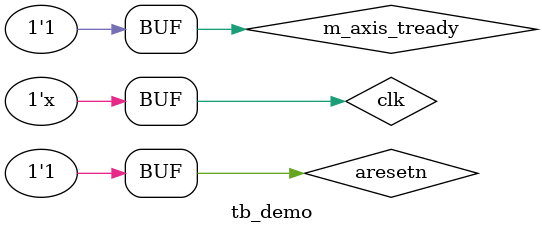
<source format=v>

`timescale 1ns / 1ps

module tb_demo #(
    // parameters declared here.
	parameter C_S_AXI_DATA_WIDTH = 32,
	parameter C_S_AXI_ADDR_WIDTH = 12,
	parameter C_BASEADDR = 32'h80000000,
	// AXI Stream parameters
	// Slave
	parameter C_S_AXIS_DATA_WIDTH = 512,
	parameter C_S_AXIS_TUSER_WIDTH = 128,
	// Master
	parameter C_M_AXIS_DATA_WIDTH = 512,
	// self-defined
	parameter PHV_ADDR_WIDTH = 4,
    parameter PHV_LEN = 48*8+32*8+16*8+5*20+256
)();

//stimulates (regs) and oputputs(wires) declared here
reg                                 clk;
reg                                 aresetn;
reg [15:0]                          vlan_drop_flags;
wire [31:0]                         cookie_val;
wire [31:0]                         ctrl_token;

reg [C_S_AXIS_DATA_WIDTH-1:0]			s_axis_tdata;
reg [((C_S_AXIS_DATA_WIDTH/8))-1:0]		s_axis_tkeep;
reg [C_S_AXIS_TUSER_WIDTH-1:0]			s_axis_tuser;
reg										s_axis_tvalid;
wire									s_axis_tready;
reg										s_axis_tlast;

wire [C_S_AXIS_DATA_WIDTH-1:0]		    m_axis_tdata;
wire [((C_S_AXIS_DATA_WIDTH/8))-1:0]    m_axis_tkeep;
wire [C_S_AXIS_TUSER_WIDTH-1:0]		    m_axis_tuser;
wire								    m_axis_tvalid;
reg										m_axis_tready;
wire									m_axis_tlast;


reg [PHV_LEN-1:0]        phv_in;
reg                      phv_in_valid;

wire [PHV_LEN-1:0]       phv_out;
wire						phv_out_valid;

//clk signal
localparam CYCLE = 10;

always begin
    #(CYCLE/2) clk = ~clk;
end

//reset signal
initial begin
    clk = 0;
    aresetn = 1;
    #(10);
    aresetn = 0; //reset all the values
    #(10);
    aresetn = 1;
end

initial begin
    m_axis_tready <= 1'b1;
    s_axis_tdata <= 512'b0; 
    s_axis_tkeep <= 64'h0;
    s_axis_tuser <= 128'h0;
    s_axis_tvalid <= 1'b0;
    s_axis_tlast <= 1'b0;
    #(2*CYCLE+CYCLE/2)
    /*
        here you give values to stimulates per CYCLE
    */

    // test for rmt_wrapper
    m_axis_tready <= 1'b1;
    s_axis_tdata <= 512'b0; 
    s_axis_tkeep <= 64'h0;
    s_axis_tuser <= 128'h0;
    s_axis_tvalid <= 1'b0;
    s_axis_tlast <= 1'b0;
end
// initial begin
//     vlan_drop_flags <= 0;

//     m_axis_tready <= 1'b1;
//     s_axis_tdata <= 512'b0; 
//     s_axis_tkeep <= 64'h0;
//     s_axis_tuser <= 128'h0;
//     s_axis_tvalid <= 1'b0;
//     s_axis_tlast <= 1'b0;
//     #(2*CYCLE+CYCLE/2)
//     /*
//         here you give values to stimulates per CYCLE
//     */

//     // test for rmt_wrapper
//     m_axis_tready <= 1'b1;
//     s_axis_tdata <= 512'b0; 
//     s_axis_tkeep <= 64'h0;
//     s_axis_tuser <= 128'h0;
//     s_axis_tvalid <= 1'b0;
//     s_axis_tlast <= 1'b0;

// 	// configure stateful page table
// 	// stage 2, page table for vid 1 and 2
// 	// vid 1
//     #CYCLE
//     s_axis_tdata <= 512'h00000000000000000000000000000001001355541c00f2f1d204dededede6f6f6f6f20de1140000001003000004500080f0000810504030201000b0a09080706; 
//     s_axis_tkeep <= 64'hffffffffffffffff;
//     s_axis_tuser <= 128'h00000000000000000000000000010042;
//     s_axis_tvalid <= 1'b1;
//     s_axis_tlast <= 1'b0;
// 	#CYCLE
//     s_axis_tdata <= 512'h00000000000000000000000000000000000000000000000000000000000000000000000000000000000000000000000000000000000000000000000000000004; 
//     s_axis_tkeep <= 64'h0000000000000003;
//     s_axis_tuser <= 128'h00000000000000000000000000000000;
//     s_axis_tvalid <= 1'b1;
//     s_axis_tlast <= 1'b1;
//     #CYCLE
// 	s_axis_tvalid <= 1'b0;
// 	s_axis_tlast <= 1'b0;
// 	// vid 2
//     #(20*CYCLE)
//     s_axis_tdata <= 512'h00000000000000000000000000000002001351531c00f2f1d204dededede6f6f6f6f20de1140000001003000004500080f0000810504030201000b0a09080706; 
//     s_axis_tkeep <= 64'hffffffffffffffff;
//     s_axis_tuser <= 128'h00000000000000000000000000010042;
//     s_axis_tvalid <= 1'b1;
//     s_axis_tlast <= 1'b0;
// 	#CYCLE
//     s_axis_tdata <= 512'h00000000000000000000000000000000000000000000000000000000000000000000000000000000000000000000000000000000000000000000000000000404; 
//     s_axis_tkeep <= 64'h0000000000000003;
//     s_axis_tuser <= 128'h00000000000000000000000000000000;
//     s_axis_tvalid <= 1'b1;
//     s_axis_tlast <= 1'b1;
//     #CYCLE
// 	s_axis_tvalid <= 1'b0;
// 	s_axis_tlast <= 1'b0;

//     // ctrl pkts for vid1
// 	// parser, vid 1 first 5 actions valid, 0031 0b91 0c21 0d23 0e25
//     #(20*CYCLE)
//     s_axis_tdata <= 512'h0000000000000000000000000000000300134d521c00f2f1d204dededede6f6f6f6f20de1140000001003000004500080f0000810504030201000b0a09080706; 
//     s_axis_tkeep <= 64'hffffffffffffffff;
//     s_axis_tuser <= 128'h00000000000000000000000000010042;
//     s_axis_tvalid <= 1'b1;
//     s_axis_tlast <= 1'b0;
//     #CYCLE
//     s_axis_tdata <= 512'h0; 
//     s_axis_tkeep <= 64'h00000001ffffffff;
//     s_axis_tuser <= 128'h00000000000000000000000000000040;
//     s_axis_tvalid <= 1'b0;
//     s_axis_tlast <= 1'b1;
//     #CYCLE
//     s_axis_tdata <= 512'h00000000000000000000000000000000000000000000000000000000000000000000000000000000000000000000000000000000000000000000000000000804; 
//     s_axis_tkeep <= 64'h00000001ffffffff;
//     s_axis_tuser <= 128'h00000000000000000000000000000000;
//     s_axis_tvalid <= 1'b1;
//     s_axis_tlast <= 1'b1;
//     #CYCLE
// 	s_axis_tvalid <= 1'b0;
// 	s_axis_tlast <= 1'b0;
//     // checkme: start here............ last 
// 	// deparser
//      #(20*CYCLE)
//     s_axis_tdata <= 512'h00000000000000000000000000000004001349511c00f2f1d204dededede6f6f6f6f20de1140000001003000004500080f0000810504030201000b0a09080706; 
//     s_axis_tkeep <= 64'hffffffffffffffff;
//     s_axis_tuser <= 128'h00000000000000000000000000010042;
//     s_axis_tvalid <= 1'b1;
//     s_axis_tlast <= 1'b0;
// 	#CYCLE
//     s_axis_tdata <= 512'h00000000000000000000000000000000000000000000000000000000000000000000000000000000000000000000000000000000000000000000000000000c04; 
//     s_axis_tkeep <= 64'h0000000000000003;
//     s_axis_tuser <= 128'h00000000000000000000000000000000;
//     s_axis_tvalid <= 1'b1;
//     s_axis_tlast <= 1'b1;
//     #CYCLE
// 	s_axis_tvalid <= 1'b0;
// 	s_axis_tlast <= 1'b0;
//     // 3
// 	// stage 0, key extract, vid 1
//      #(20*CYCLE)

//     //checkme: start t_vid1 ....... 1st
//     s_axis_tdata <= 512'h00000000000000000000000000000001000042cc3b00f2f1d204dededede6f6f6f6f01de1140000001004f00004500080f0000810504030201000b0a09080706; 
//     s_axis_tkeep <= 64'hffffffffffffffff;
//     s_axis_tuser <= 128'h00000000000000000000000000010061;
//     s_axis_tvalid <= 1'b1;
//     s_axis_tlast <= 1'b0;
//     #CYCLE
//     s_axis_tdata <= 512'h000000000000000000000000000000000000000000000000000000000000000000300000030030000003003000000000000000000000270e250d230c910ba108; 
//     s_axis_tkeep <= 64'h00000001ffffffff;
//     s_axis_tuser <= 128'h00000000000000000000000000000000;
//     s_axis_tvalid <= 1'b1;
//     s_axis_tlast <= 1'b1;
//     #CYCLE
// 	s_axis_tvalid <= 1'b0;
// 	s_axis_tlast <= 1'b0;


//     // 4
// 	// stage 0, key mask, vid 1
//      #(20*CYCLE)
//     s_axis_tdata <= 512'h00000000000000000000000000000001000542c73b00f2f1d204dededede6f6f6f6f01de1140000001004f00004500080f0000810504030201000b0a09080706; 
//     s_axis_tkeep <= 64'hffffffffffffffff;
//     s_axis_tuser <= 128'h00000000000000000000000000010061;
//     s_axis_tvalid <= 1'b1;
//     s_axis_tlast <= 1'b0;
// 	#CYCLE
//     s_axis_tdata <= 512'h000000000000000000000000000000000000000000000000000000000000000000300000030030000003003000000000000000000000270e250d230c910ba108; 
//     s_axis_tkeep <= 64'h00000001ffffffff;
//     s_axis_tuser <= 128'h00000000000000000000000000000000;
//     s_axis_tvalid <= 1'b1;
//     s_axis_tlast <= 1'b1;
//     #CYCLE
// 	s_axis_tvalid <= 1'b0;
// 	s_axis_tlast <= 1'b0;
//     // 5
// 	// stage 0, cam ind 0

//     //checkme: vlan-1 3rd 
//     #(20*CYCLE)
//     s_axis_tdata <= 512'h000000000000000000000000000000010001536a1d00f2f1d204dededede6f6f6f6f1fde1140000001003100004500080f0000810504030201000b0a09080706; 
//     s_axis_tkeep <= 64'hffffffffffffffff;
//     s_axis_tuser <= 128'h00000000000000000000000000010043;
//     s_axis_tvalid <= 1'b1;
//     s_axis_tlast <= 1'b0;
//     #CYCLE
//     s_axis_tdata <= 512'h00000000000000000000000000000000000000000000000000000000000000000000000000000000000000000000000000000000000000000000000000000000; 
//     s_axis_tkeep <= 64'h0000000000000007;
//     s_axis_tuser <= 128'h00000000000000000000000000000000;
//     s_axis_tvalid <= 1'b1;
//     s_axis_tlast <= 1'b1;
// 	#CYCLE
//     s_axis_tdata <= 512'h0000000000000000000000000000000000000000000000000000000000000000000000000000800f00d002000000000000000000000000000000000000000010; 
//     s_axis_tkeep <= 64'hffffffffffffffff;
//     s_axis_tuser <= 128'h00000000000000000000000000000040;
//     s_axis_tvalid <= 1'b0;
//     s_axis_tlast <= 1'b0;
//     #CYCLE
// 	s_axis_tvalid <= 1'b0;
// 	s_axis_tlast <= 1'b0;

//     //checkme: vlan-1 4th
// 	// stage 0, ram ind 0
//      #(20*CYCLE)
//     s_axis_tdata <= 512'h000000000000000000000000000000010f0117723300f2f1d204dededede6f6f6f6f09de1140000001004700004500080f0000810504030201000b0a09080706; 
//     s_axis_tkeep <= 64'hffffffffffffffff;
//     s_axis_tuser <= 128'h00000000000000000000000000010059;
//     s_axis_tvalid <= 1'b1;
//     s_axis_tlast <= 1'b0;
// 	#CYCLE
//     s_axis_tdata <= 512'h000000000000000000000000000000000000000000000000000000000000000000000000000000f8ffff0000ffffffffffffffffffffffffffffffffffffffff; 
//     s_axis_tkeep <= 64'h0000000000000007;
//     s_axis_tuser <= 128'h00000000000000000000000000000000;
//     s_axis_tvalid <= 1'b1;
//     s_axis_tlast <= 1'b1;
//     #CYCLE
//     s_axis_tdata <= 512'h00000000000000000000000000000000000000000000000000000000000000000000000000000000000000000000000000000000f00000e00100c00300800700; 
//     s_axis_tkeep <= 64'hffffffffffffffff;
//     s_axis_tuser <= 128'h00000000000000000000000000000040;
//     s_axis_tvalid <= 1'b0;
//     s_axis_tlast <= 1'b0;

//     #CYCLE
// 	s_axis_tvalid <= 1'b0;
// 	s_axis_tlast <= 1'b0;

//     // 7
// 	//checkme: vlan-1 5th
//      #(20*CYCLE)
//     s_axis_tdata <= 512'h00000000000000000000000000000000000223ba3400f2f1d204dededede6f6f6f6f08de1140000001004800004500080f0000810504030201000b0a09080706; 
//     s_axis_tkeep <= 64'hffffffffffffffff;
//     s_axis_tuser <= 128'h0000000000000000000000000001005a;
//     s_axis_tvalid <= 1'b1;
//     s_axis_tlast <= 1'b0;
//     #CYCLE
//     s_axis_tdata <= 512'h0000000000000000000000000000000000000000000000000000000000000000000000000000000000a001000000000000000000000000000000000000000010; 
//     s_axis_tkeep <= 64'h0000000003ffffff;
//     s_axis_tuser <= 128'h00000000000000000000000000000000;
//     s_axis_tvalid <= 1'b1;
//     s_axis_tlast <= 1'b1;
// 	#CYCLE
//     s_axis_tdata <= 512'h0000000000000000000000000000000000000000000000000000000000000000000000000000800f009000000000000000000000000000000000000000000010; 
//     s_axis_tkeep <= 64'hffffffffffffffff;
//     s_axis_tuser <= 128'h00000000000000000000000000000040;
//     s_axis_tvalid <= 1'b0;
//     s_axis_tlast <= 1'b0;
//     #CYCLE
// 	s_axis_tvalid <= 1'b0;
// 	s_axis_tlast <= 1'b0;

//     // 8
// 	//checkme: vlan-1 6th
//     #(20*CYCLE)
//     s_axis_tdata <= 512'h000000000000000000000000000000000f02e83c6900f2f1d204dededede6f6f6f6fd3dd1140000001007d00004500080f0000810504030201000b0a09080706; 
//     s_axis_tkeep <= 64'hffffffffffffffff;
//     s_axis_tuser <= 128'h0000000000000000000000000001008f;
//     s_axis_tvalid <= 1'b1;
//     s_axis_tlast <= 1'b0;
// 	#CYCLE
//     s_axis_tdata <= 512'h000f00001e00003c0000780000f00000e00100c003008007808c0200001e00003c0000780000f00000e00100c00300800700000f00001e00003c0000780000f0; 
//     s_axis_tkeep <= 64'hffffffffffffffff;
//     s_axis_tuser <= 128'h00000000000000000000000000000000;
//     s_axis_tvalid <= 1'b1;
//     s_axis_tlast <= 1'b0;
// 	#CYCLE
//     s_axis_tdata <= 512'h00000000000000000000000000000000000000000000000000000000000000000000000000000000000000000000000000000000f00000e00100c00300800700; 
//     s_axis_tkeep <= 64'hffffffffffffffff;
//     s_axis_tuser <= 128'h00000000000000000000000000000000;
//     s_axis_tvalid <= 1'b1;
//     s_axis_tlast <= 1'b1;
//     #CYCLE
// 	s_axis_tvalid <= 1'b0;
// 	s_axis_tlast <= 1'b0;


//     //checkme: vlan-1 7th
// 	// stage 1, key extract vid 1
//      #(20*CYCLE)
//     s_axis_tdata <= 512'h00000000000000000000000000000001000953621d00f2f1d204dededede6f6f6f6f1fde1140000001003100004500080f0000810504030201000b0a09080706; 
//     s_axis_tkeep <= 64'hffffffffffffffff;
//     s_axis_tuser <= 128'h00000000000000000000000000000040;
//     s_axis_tvalid <= 1'b1;
//     s_axis_tlast <= 1'b0;
//     #CYCLE
//     s_axis_tdata <= 512'h0; 
//     s_axis_tkeep <= 64'h00000001ffffffff;
//     s_axis_tuser <= 128'h00000000000000000000000000000040;
//     s_axis_tvalid <= 1'b0;
//     s_axis_tlast <= 1'b0;
// 	#CYCLE
//     s_axis_tdata <= 512'h00000000000000000000000000000000000000000000000000000000000000000000000000000000000000000000000000000000000000000000000000000000; 
//     s_axis_tkeep <= 64'hffffffffffffffff;
//     s_axis_tuser <= 128'h00000000000000000000000000000040;
//     s_axis_tvalid <= 1'b1;
//     s_axis_tlast <= 1'b1;
//     #CYCLE
// 	s_axis_tvalid <= 1'b0;
// 	s_axis_tlast <= 1'b0;


//     //checkme: vlan-1 8th
// 	// stage 1, key mask vid 1
//      #(20*CYCLE)
//     s_axis_tdata <= 512'h00000000000000000000000000000001000224893400f2f1d204dededede6f6f6f6f08de1140000001004800004500080f0000810504030201000b0a09080706; 
//     s_axis_tkeep <= 64'hffffffffffffffff;
//     s_axis_tuser <= 128'h0000000000000000000000000001005a;
//     s_axis_tvalid <= 1'b1;
//     s_axis_tlast <= 1'b0;
// 	#CYCLE
//     s_axis_tdata <= 512'h0000000000000000000000000000000000000000000000000000000000000000000000000000000000d000000000000000000000000000000000000000000010; 
//     s_axis_tkeep <= 64'h0000000003ffffff;
//     s_axis_tuser <= 128'h00000000000000000000000000000000;
//     s_axis_tvalid <= 1'b1;
//     s_axis_tlast <= 1'b1;
//     #CYCLE
// 	s_axis_tvalid <= 1'b0;
// 	s_axis_tlast <= 1'b0;


//     //checkme: vlan-1 9th
// 	// stage 1, cam ind 1
//      #(20*CYCLE)
//     s_axis_tdata <= 512'h000000000000000000000000000000010f02e93b6900f2f1d204dededede6f6f6f6fd3dd1140000001007d00004500080f0000810504030201000b0a09080706; 
//     s_axis_tkeep <= 64'hffffffffffffffff;
//     s_axis_tuser <= 128'h0000000000000000000000000001008f;
//     s_axis_tvalid <= 1'b1;
//     s_axis_tlast <= 1'b0;
// 	#CYCLE
//     s_axis_tdata <= 512'h000f00001e00003c0000780000f00000e00100c003008007808c0100001e00003c0000780000f00000e00100c00300800700000f00001e00003c0000780000f0; 
//     s_axis_tkeep <= 64'hffffffffffffffff;
//     s_axis_tuser <= 128'h00000000000000000000000000000000;
//     s_axis_tvalid <= 1'b1;
//     s_axis_tlast <= 1'b0;
//     #CYCLE
//     s_axis_tdata <= 512'h00000000000000000000000000000000000000000000000000000000000000000000000000000000000000000000000000000000f00000e00100c00300800700; 
//     s_axis_tkeep <= 64'h0000000000007fff;
//     s_axis_tuser <= 128'h00000000000000000000000000000000;
//     s_axis_tvalid <= 1'b1;
//     s_axis_tlast <= 1'b1;
//     #CYCLE
// 	s_axis_tvalid <= 1'b0;
// 	s_axis_tlast <= 1'b0;


//     //checkme: vlan-2 1th
// 	// stage 1, ram ind 1
//     #(20*CYCLE)
//     s_axis_tdata <= 512'h0000000000000000000000000000000200005fd93b00f2f1d204dededede6f6f6f6f01de1140000001004f00004500080f0000810504030201000b0a09080706; 
//     s_axis_tkeep <= 64'hffffffffffffffff;
//     s_axis_tuser <= 128'h00000000000000000000000000010061;
//     s_axis_tvalid <= 1'b1;
//     s_axis_tlast <= 1'b0;
// 	#CYCLE
//     s_axis_tdata <= 512'h00000000000000000000000000000000000000000000000000000000000000000030000003003000000300300000000000000000000000002f0d910ba108230c; 
//     s_axis_tkeep <= 64'h00000001ffffffff;
//     s_axis_tuser <= 128'h00000000000000000000000000000000;
//     s_axis_tvalid <= 1'b1;
//     s_axis_tlast <= 1'b1;
//     #CYCLE
// 	s_axis_tvalid <= 1'b0;
// 	s_axis_tlast <= 1'b0;

//     //checkme: vlan-2 2th
// 	// stage 1, cam ind 1
//      #(20*CYCLE)
//     s_axis_tdata <= 512'h0000000000000000000000000000000200055fd43b00f2f1d204dededede6f6f6f6f01de1140000001004f00004500080f0000810504030201000b0a09080706; 
//     s_axis_tkeep <= 64'hffffffffffffffff;
//     s_axis_tuser <= 128'h00000000000000000000000000010061;
//     s_axis_tvalid <= 1'b1;
//     s_axis_tlast <= 1'b0;
//     #CYCLE
//     s_axis_tdata <= 512'h00000000000000000000000000000000000000000000000000000000000000000030000003003000000300300000000000000000000000002f0d910ba108230c; 
//     s_axis_tkeep <= 64'h00000001ffffffff;
//     s_axis_tuser <= 128'h00000000000000000000000000000040;
//     s_axis_tvalid <= 1'b1;
//     s_axis_tlast <= 1'b1;
//     #CYCLE
// 	s_axis_tvalid <= 1'b0;
// 	s_axis_tlast <= 1'b0;


//     //checkme: vlan-2 3th
// 	// stage 1, ram ind 1
//     #(20*CYCLE)
//     s_axis_tdata <= 512'h00000000000000000000000000000002001153591d00f2f1d204dededede6f6f6f6f1fde1140000001003100004500080f0000810504030201000b0a09080706; 
//     s_axis_tkeep <= 64'hffffffffffffffff;
//     s_axis_tuser <= 128'h00000000000000000000000000010043;
//     s_axis_tvalid <= 1'b1;
//     s_axis_tlast <= 1'b0;
// 	#CYCLE
//     s_axis_tdata <= 512'h00000000000000000000000000000000000000000000000000000000000000000000000000000000000000000000000000000000000000000000000000000000; 
//     s_axis_tkeep <= 64'hffffffffffffffff;
//     s_axis_tuser <= 128'h00000000000000000000000000000040;
//     s_axis_tvalid <= 1'b1;
//     s_axis_tlast <= 1'b1;
//     #CYCLE
// 	s_axis_tvalid <= 1'b0;
// 	s_axis_tlast <= 1'b0;



// 	//=====================================================================
//     //checkme: vlan-2 4th
//     // 1
// 	// parser
//      #(20*CYCLE)
//     s_axis_tdata <= 512'h000000000000000000000000000000020f1117613300f2f1d204dededede6f6f6f6f09de1140000001004700004500080f0000810504030201000b0a09080706; 
//     s_axis_tkeep <= 64'hffffffffffffffff;
//     s_axis_tuser <= 128'h00000000000000000000000000010059;
//     s_axis_tvalid <= 1'b1;
//     s_axis_tlast <= 1'b0;
//     #CYCLE
//     s_axis_tdata <= 512'h000000000000000000000000000000000000000000000000000000000000000000000000000000f8ffff0000ffffffffffffffffffffffffffffffffffffffff; 
//     s_axis_tkeep <= 64'h00000001ffffffff;
//     s_axis_tuser <= 128'h00000000000000000000000000000000;
//     s_axis_tvalid <= 1'b1;
//     s_axis_tlast <= 1'b1;
//     #CYCLE
// 	s_axis_tvalid <= 1'b0;
// 	s_axis_tlast <= 1'b0;


//     //checkme: vlan-2 5th
// 	// deparser
//      #(20*CYCLE)
//     s_axis_tdata <= 512'h00000000000000000000000000000004001224663400f2f1d204dededede6f6f6f6f08de1140000001004800004500080f0000810504030201000b0a09080706; 
//     s_axis_tkeep <= 64'hffffffffffffffff;
//     s_axis_tuser <= 128'h0000000000000000000000000001005a;
//     s_axis_tvalid <= 1'b1;
//     s_axis_tlast <= 1'b0;
// 	#CYCLE
//     s_axis_tdata <= 512'h0000000000000000000000000000000000000000000000000000000000000000000000000000000000d000000000000000000000000000000000000000000020; 
//     s_axis_tkeep <= 64'h0000000003ffffff;
//     s_axis_tuser <= 128'h00000000000000000000000000000000;
//     s_axis_tvalid <= 1'b1;
//     s_axis_tlast <= 1'b1;
//     #CYCLE
// 	s_axis_tvalid <= 1'b0;
// 	s_axis_tlast <= 1'b0;


//     //checkme: vlan-2 6th
// 	// stage 2, key extract vid 2
//      #(20*CYCLE)
//     s_axis_tdata <= 512'h000000000000000000000000000000040f128ff16900f2f1d204dededede6f6f6f6fd3dd1140000001007d00004500080f0000810504030201000b0a09080706; 
//     s_axis_tkeep <= 64'hffffffffffffffff;
//     s_axis_tuser <= 128'h0000000000000000000000000001008f;
//     s_axis_tvalid <= 1'b1;
//     s_axis_tlast <= 1'b0;
// 	#CYCLE
//     s_axis_tdata <= 512'h000f00001e00003c0000780000f00000e00100c00300800700000f00001e00003c00007800c4bb0000e00100c00300800700000f00001e00003c0000780000f0; 
//     s_axis_tkeep <= 64'hffffffffffffffff;
//     s_axis_tuser <= 128'h00000000000000000000000000000000;
//     s_axis_tvalid <= 1'b1;
//     s_axis_tlast <= 1'b0;
//     #CYCLE
//     s_axis_tdata <= 512'h00000000000000000000000000000000000000000000000000000000000000000000000000000000000000000000000000000000f00000e00100c00300800700; 
//     s_axis_tkeep <= 64'h0000000000007fff;
//     s_axis_tuser <= 128'h00000000000000000000000000000000;
//     s_axis_tvalid <= 1'b1;
//     s_axis_tlast <= 1'b1;
//     #CYCLE
// 	s_axis_tvalid <= 1'b0;
// 	s_axis_tlast <= 1'b0;

// 	//checkme: vlan-2 7th
// 	// stage 2, key mask vid 2
//     #(20*CYCLE)
//     s_axis_tdata <= 512'h00000000000000000000000000000005001223953400f2f1d204dededede6f6f6f6f08de1140000001004800004500080f0000810504030201000b0a09080706; 
//     s_axis_tkeep <= 64'hffffffffffffffff;
//     s_axis_tuser <= 128'h0000000000000000000000000001005a;
//     s_axis_tvalid <= 1'b1;
//     s_axis_tlast <= 1'b0;
// 	#CYCLE
//     s_axis_tdata <= 512'h0000000000000000000000000000000000000000000000000000000000000000000000000000000000a001000000000000000000000000000000000000000020; 
//     s_axis_tkeep <= 64'h0000000003ffffff;
//     s_axis_tuser <= 128'h00000000000000000000000000000000;
//     s_axis_tvalid <= 1'b1;
//     s_axis_tlast <= 1'b1;
//     #CYCLE
// 	s_axis_tvalid <= 1'b0;
// 	s_axis_tlast <= 1'b0;

// 	//checkme: vlan-2 8th
// 	// stage 2, cam ind 4
//     #(20*CYCLE)
//     s_axis_tdata <= 512'h000000000000000000000000000000050f12bff06900f2f1d204dededede6f6f6f6fd3dd1140000001007d00004500080f0000810504030201000b0a09080706; 
//     s_axis_tkeep <= 64'hffffffffffffffff;
//     s_axis_tuser <= 128'h0000000000000000000000000001008f;
//     s_axis_tvalid <= 1'b1;
//     s_axis_tlast <= 1'b0;
// 	#CYCLE
//     s_axis_tdata <= 512'h000f00001e00003c0000780000f00000e00100c00300800700000f00001e00003c00007800c48b0000e00100c00300800700000f00001e00003c0000780000f0; 
//     s_axis_tkeep <= 64'hffffffffffffffff;
//     s_axis_tuser <= 128'h00000000000000000000000000000000;
//     s_axis_tvalid <= 1'b1;
//     s_axis_tlast <= 1'b0;
//     #CYCLE
//     s_axis_tdata <= 512'h00000000000000000000000000000000000000000000000000000000000000000000000000000000000000000000000000000000f00000e00100c00300800700; 
//     s_axis_tkeep <= 64'h0000000000007fff;
//     s_axis_tuser <= 128'h00000000000000000000000000000000;
//     s_axis_tvalid <= 1'b1;
//     s_axis_tlast <= 1'b1;
//     #CYCLE
// 	s_axis_tvalid <= 1'b0;
// 	s_axis_tlast <= 1'b0;


// 	// checkme: test 1
// 	// stage 2, ram ind 4
//     #(20*CYCLE)
//     s_axis_tdata <= 512'h000000000000000004000000020000000d009a201a0013001300090000006f6f6f6fd79b1140000001002e000045000801000081a401bdfefd3c050000000000; 
//     s_axis_tkeep <= 64'hffffffffffffffff;
//     s_axis_tuser <= 128'h00000000000000000000000000000040;
//     s_axis_tvalid <= 1'b1;
//     s_axis_tlast <= 1'b1;
//     #CYCLE
// 	s_axis_tvalid <= 1'b0;
// 	s_axis_tlast <= 1'b0;
//     #(20*CYCLE)
//     // checkme: test 2
//     s_axis_tdata <= 512'h000000000000000002000000040000001a008d201a0013001300090000006f6f6f6fd79b1140000001002e000045000801000081a401bdfefd3c050000000000; 
//     s_axis_tkeep <= 64'hffffffffffffffff;
//     s_axis_tuser <= 128'h00000000000000000000000000000040;
//     s_axis_tvalid <= 1'b1;
//     s_axis_tlast <= 1'b1;
//     #CYCLE
// 	s_axis_tvalid <= 1'b0;
// 	s_axis_tlast <= 1'b0;
//     #(20*CYCLE)
//     // checkme: test 3
//     s_axis_tdata <= 512'h0000000000000000aaaaaaaa000000000d004acb1a0013001300090000006f6f6f6fd79b1140000001002e000045000802000081a401bdfefd3c050000000000; 
//     s_axis_tkeep <= 64'hffffffffffffffff;
//     s_axis_tuser <= 128'h00000000000000000000000000000040;
//     s_axis_tvalid <= 1'b1;
//     s_axis_tlast <= 1'b1;
//     #CYCLE
// 	s_axis_tvalid <= 1'b0;
// 	s_axis_tlast <= 1'b0;


//     #(20*CYCLE)

//     // stage 2, ram ind 4
//     #(20*CYCLE)
//     s_axis_tdata <= 512'h000000000000000004000000020000000d009a201a0013001300090000006f6f6f6fd79b1140000001002e000045000801000081a401bdfefd3c050000000000; 
//     s_axis_tkeep <= 64'hffffffffffffffff;
//     s_axis_tuser <= 128'h00000000000000000000000000000040;
//     s_axis_tvalid <= 1'b1;
//     s_axis_tlast <= 1'b0;
//     #CYCLE
//     s_axis_tdata <= 512'h000000000000000004000000020000000d009a211a0013001300090000006f6f6f6fd79b1140000001002e000045000801000081a401bdfefd3c050000000000; 
//     s_axis_tkeep <= 64'hffffffffffffffff;
//     s_axis_tuser <= 128'h00000000000000000000000000000040;
//     s_axis_tvalid <= 1'b1;
//     s_axis_tlast <= 1'b0;
//     #CYCLE
//     s_axis_tdata <= 512'h000000000000000004000000020000000d009a221a0013001300090000006f6f6f6fd79b1140000001002e000045000801000081a401bdfefd3c050000000000; 
//     s_axis_tkeep <= 64'hffffffffffffffff;
//     s_axis_tuser <= 128'h00000000000000000000000000000040;
//     s_axis_tvalid <= 1'b1;
//     s_axis_tlast <= 1'b0;
//     #CYCLE
//     s_axis_tdata <= 512'h000000000000000004000000020000000d009a201a4013001300090000006f6f6f6fd79b1140000001002e000045000801000081a401bdfefd3c050000000000; 
//     s_axis_tkeep <= 64'hffffffffffffffff;
//     s_axis_tuser <= 128'h00000000000000000000000000000040;
//     s_axis_tvalid <= 1'b0;
//     s_axis_tlast <= 1'b0;
//     #CYCLE
//     s_axis_tdata <= 512'h000000000000000004000000020000000d009a221a0013001300090000006f6f6f6fd79b1140000001002e000045000801000081a401bdfefd3c050000000000; 
//     s_axis_tkeep <= 64'hffffffffffffffff;
//     s_axis_tuser <= 128'h00000000000000000000000000000040;
//     s_axis_tvalid <= 1'b1;
//     s_axis_tlast <= 1'b0;
//     #CYCLE
//     s_axis_tdata <= 512'h000000000000000004000000020000000d009a221a0013001300090000006f6f6f6fd79b1140000001002e000045000801000081a401bdfefd3c050000000000; 
//     s_axis_tkeep <= 64'hffffffffffffffff;
//     s_axis_tuser <= 128'h00000000000000000000000000000040;
//     s_axis_tvalid <= 1'b1;
//     s_axis_tlast <= 1'b0;
//     #CYCLE
//     s_axis_tdata <= 512'h000000000000000004000000020000000d009a221a0013001300090000006f6f6f6fd79b1140000001002e000045000801000081a401bdfefd3c050000000000; 
//     s_axis_tkeep <= 64'hffffffffffffffff;
//     s_axis_tuser <= 128'h00000000000000000000000000000040;
//     s_axis_tvalid <= 1'b1;
//     s_axis_tlast <= 1'b0;
//     #CYCLE
//     s_axis_tdata <= 512'h000000000000000004000000020000000d009a221a0013001300090000006f6f6f6fd79b1140000001002e000045000801000081a401bdfefd3c050000000000; 
//     s_axis_tkeep <= 64'hffffffffffffffff;
//     s_axis_tuser <= 128'h00000000000000000000000000000040;
//     s_axis_tvalid <= 1'b1;
//     s_axis_tlast <= 1'b0;
//     #CYCLE
//     s_axis_tdata <= 512'h000000000000000004000000020000000d009a201a4013001300090000006f6f6f6fd79b1140000001002e000045000801000081a401bdfefd3c050000000000; 
//     s_axis_tkeep <= 64'hffffffffffffffff;
//     s_axis_tuser <= 128'h00000000000000000000000000000040;
//     s_axis_tvalid <= 1'b1;
//     s_axis_tlast <= 1'b1;
//     #CYCLE
// 	s_axis_tvalid <= 1'b0;
// 	s_axis_tlast <= 1'b0;
//     #(20*CYCLE)

//     s_axis_tdata <= 512'b0; 
//     s_axis_tkeep <= 64'h0;
//     s_axis_tuser <= 128'h0;
//     s_axis_tvalid <= 1'b0;
//     s_axis_tlast <= 1'b0;

// end

always @(posedge clk) begin
    #(20*CYCLE)
    s_axis_tdata <= 512'h000000000000000004000000020000000d009a201a0013001300090000006f6f6f6fd79b1140000001002e000045000801000081a401bdfefd3c050000000000; 
    s_axis_tkeep <= 64'hffffffffffffffff;
    s_axis_tuser <= 128'h00000000000000000000000000000040;
    s_axis_tvalid <= 1'b1;
    s_axis_tlast <= 1'b0;
    #CYCLE
    s_axis_tdata <= 512'h000000000000000004000000020000000d009a211a0013001300090000006f6f6f6fd79b1140000001002e000045000801000081a401bdfefd3c050000000000; 
    s_axis_tkeep <= 64'hffffffffffffffff;
    s_axis_tuser <= 128'h00000000000000000000000000000040;
    s_axis_tvalid <= 1'b1;
    s_axis_tlast <= 1'b0;
    #CYCLE
    s_axis_tdata <= 512'h000000000000000004000000020000000d009a221a0013001300090000006f6f6f6fd79b1140000001002e000045000801000081a401bdfefd3c050000000000; 
    s_axis_tkeep <= 64'hffffffffffffffff;
    s_axis_tuser <= 128'h00000000000000000000000000000040;
    s_axis_tvalid <= 1'b1;
    s_axis_tlast <= 1'b0;
    #CYCLE
    s_axis_tdata <= 512'h000000000000000004000000020000000d009a221a0013001300090000006f6f6f6fd79b1140000001002e000045000801000081a401bdfefd3c050000000000; 
    s_axis_tkeep <= 64'hffffffffffffffff;
    s_axis_tuser <= 128'h00000000000000000000000000000040;
    s_axis_tvalid <= 1'b1;
    s_axis_tlast <= 1'b0;
    #CYCLE
    s_axis_tdata <= 512'h000000000000000004000000020000000d009a221a0013001300090000006f6f6f6fd79b1140000001002e000045000801000081a401bdfefd3c050000000000; 
    s_axis_tkeep <= 64'hffffffffffffffff;
    s_axis_tuser <= 128'h00000000000000000000000000000040;
    s_axis_tvalid <= 1'b1;
    s_axis_tlast <= 1'b0;
     #CYCLE
    s_axis_tdata <= 512'h000000000000000004000000020000000d009a211a0013001300090000006f6f6f6fd79b1140000001002e000045000801000081a401bdfefd3c050000000000; 
    s_axis_tkeep <= 64'hffffffffffffffff;
    s_axis_tuser <= 128'h00000000000000000000000000000040;
    s_axis_tvalid <= 1'b1;
    s_axis_tlast <= 1'b0;
    #CYCLE
    s_axis_tdata <= 512'h000000000000000004000000020000000d009a221a0013001300090000006f6f6f6fd79b1140000001002e000045000801000081a401bdfefd3c050000000000; 
    s_axis_tkeep <= 64'hffffffffffffffff;
    s_axis_tuser <= 128'h00000000000000000000000000000040;
    s_axis_tvalid <= 1'b1;
    s_axis_tlast <= 1'b0;
    #CYCLE
    s_axis_tdata <= 512'h000000000000000004000000020000000d009a221a0013001300090000006f6f6f6fd79b1140000001002e000045000801000081a401bdfefd3c050000000000; 
    s_axis_tkeep <= 64'hffffffffffffffff;
    s_axis_tuser <= 128'h00000000000000000000000000000040;
    s_axis_tvalid <= 1'b1;
    s_axis_tlast <= 1'b0;
    #CYCLE
    s_axis_tdata <= 512'h000000000000000004000000020000000d009a221a0013001300090000006f6f6f6fd79b1140000001002e000045000801000081a401bdfefd3c050000000000; 
    s_axis_tkeep <= 64'hffffffffffffffff;
    s_axis_tuser <= 128'h00000000000000000000000000000040;
    s_axis_tvalid <= 1'b1;
    s_axis_tlast <= 1'b0;
    #CYCLE
    s_axis_tdata <= 512'h000000000000000004000000020000000d009a221a0013001300090000006f6f6f6fd79b1140000001002e000045000801000081a401bdfefd3c050000000000; 
    s_axis_tkeep <= 64'hffffffffffffffff;
    s_axis_tuser <= 128'h00000000000000000000000000000040;
    s_axis_tvalid <= 1'b1;
    s_axis_tlast <= 1'b0;
    #CYCLE
    s_axis_tdata <= 512'h000000000000000004000000020000000d009a221a0013001300090000006f6f6f6fd79b1140000001002e000045000801000081a401bdfefd3c050000000000; 
    s_axis_tkeep <= 64'hffffffffffffffff;
    s_axis_tuser <= 128'h00000000000000000000000000000040;
    s_axis_tvalid <= 1'b1;
    s_axis_tlast <= 1'b0;
    #CYCLE
    s_axis_tdata <= 512'h000000000000000004000000020000000d009a201a4013001300090000006f6f6f6fd79b1140000001002e000045000801000081a401bdfefd3c050000000000; 
    s_axis_tkeep <= 64'hffffffffffffffff;
    s_axis_tuser <= 128'h00000000000000000000000000000040;
    s_axis_tvalid <= 1'b1;
    s_axis_tlast <= 1'b1;
    #CYCLE
	s_axis_tvalid <= 1'b0;
	s_axis_tlast <= 1'b0;
end

/*
stage #(
    .STAGE(0),  //valid: 0-4
    .PHV_LEN(),
    .KEY_LEN(),
    .ACT_LEN(),
    .KEY_OFF()
)
stage0
(
    .axis_clk			(clk),
    .aresetn			(aresetn),

    .phv_in				(phv_in),
    .phv_in_valid		(phv_in_valid),
    .phv_out			(phv_out),
    .phv_out_valid		(phv_out_valid),

	.stg_ready			()

    //input for the key extractor RAM
    // input  [KEY_OFF-1:0]         key_offset_in,
    // input                        key_offset_valid_in

    //TODO need control channel
);*/

rmt_wrapper #(
	.C_S_AXI_DATA_WIDTH(),
	.C_S_AXI_ADDR_WIDTH(),
	.C_BASEADDR(),
	.C_S_AXIS_DATA_WIDTH(C_S_AXIS_DATA_WIDTH),
	.C_S_AXIS_TUSER_WIDTH(),
	.C_M_AXIS_DATA_WIDTH(C_M_AXIS_DATA_WIDTH),
	.PHV_ADDR_WIDTH()
)rmt_wrapper_ins
(
	.clk(clk),		// axis clk
	.aresetn(aresetn),
	// input Slave AXI Stream
	.s_axis_tdata(s_axis_tdata),
	.s_axis_tkeep(s_axis_tkeep),
	.s_axis_tuser(s_axis_tuser),
	.s_axis_tvalid(s_axis_tvalid),
	.s_axis_tready(s_axis_tready),
	.s_axis_tlast(s_axis_tlast),

	// output Master AXI Stream
	.m_axis_tdata(m_axis_tdata),
	.m_axis_tkeep(m_axis_tkeep),
	.m_axis_tuser(m_axis_tuser),
	.m_axis_tvalid(m_axis_tvalid),
	.m_axis_tready(m_axis_tready),
	.m_axis_tlast(m_axis_tlast)
);

endmodule
</source>
